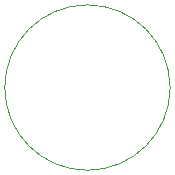
<source format=gbr>
%TF.GenerationSoftware,KiCad,Pcbnew,(6.0.0-rc1-209-ga3b4210bdd-dirty)*%
%TF.CreationDate,2021-12-23T02:42:50+03:00*%
%TF.ProjectId,ibutton,69627574-746f-46e2-9e6b-696361645f70,rev?*%
%TF.SameCoordinates,Original*%
%TF.FileFunction,Profile,NP*%
%FSLAX46Y46*%
G04 Gerber Fmt 4.6, Leading zero omitted, Abs format (unit mm)*
G04 Created by KiCad (PCBNEW (6.0.0-rc1-209-ga3b4210bdd-dirty)) date 2021-12-23 02:42:50*
%MOMM*%
%LPD*%
G01*
G04 APERTURE LIST*
%TA.AperFunction,Profile*%
%ADD10C,0.100000*%
%TD*%
G04 APERTURE END LIST*
D10*
X107000000Y-100000000D02*
G75*
G03*
X107000000Y-100000000I-7000000J0D01*
G01*
M02*

</source>
